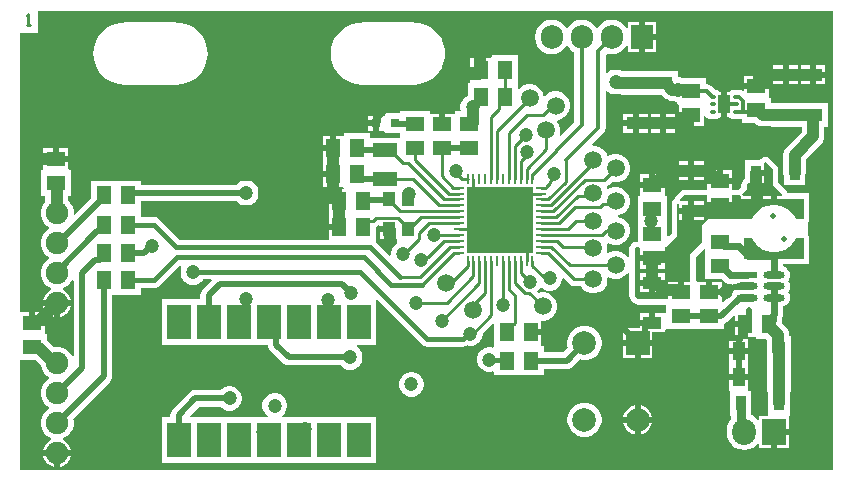
<source format=gtl>
G04*
G04 #@! TF.GenerationSoftware,Altium Limited,Altium Designer,22.2.1 (43)*
G04*
G04 Layer_Physical_Order=1*
G04 Layer_Color=255*
%FSLAX25Y25*%
%MOIN*%
G70*
G04*
G04 #@! TF.SameCoordinates,3A658960-9040-4E96-AE8A-DEED508C0D5D*
G04*
G04*
G04 #@! TF.FilePolarity,Positive*
G04*
G01*
G75*
%ADD10C,0.00984*%
%ADD15C,0.00866*%
%ADD16C,0.01181*%
%ADD19R,0.06299X0.04331*%
%ADD20R,0.06300X0.05000*%
%ADD21R,0.03583X0.04803*%
%ADD22C,0.05906*%
%ADD23R,0.05000X0.06300*%
%ADD24R,0.22047X0.22047*%
%ADD25O,0.00984X0.03937*%
%ADD26O,0.03937X0.00984*%
%ADD27R,0.03150X0.03150*%
%ADD28R,0.07874X0.04724*%
%ADD29R,0.03937X0.04724*%
%ADD30R,0.20000X0.02000*%
G04:AMPARAMS|DCode=31|XSize=11.81mil|YSize=17.72mil|CornerRadius=1.95mil|HoleSize=0mil|Usage=FLASHONLY|Rotation=90.000|XOffset=0mil|YOffset=0mil|HoleType=Round|Shape=RoundedRectangle|*
%AMROUNDEDRECTD31*
21,1,0.01181,0.01382,0,0,90.0*
21,1,0.00791,0.01772,0,0,90.0*
1,1,0.00390,0.00691,0.00396*
1,1,0.00390,0.00691,-0.00396*
1,1,0.00390,-0.00691,-0.00396*
1,1,0.00390,-0.00691,0.00396*
%
%ADD31ROUNDEDRECTD31*%
G04:AMPARAMS|DCode=32|XSize=71.07mil|YSize=24.01mil|CornerRadius=12mil|HoleSize=0mil|Usage=FLASHONLY|Rotation=0.000|XOffset=0mil|YOffset=0mil|HoleType=Round|Shape=RoundedRectangle|*
%AMROUNDEDRECTD32*
21,1,0.07107,0.00000,0,0,0.0*
21,1,0.04706,0.02401,0,0,0.0*
1,1,0.02401,0.02353,0.00000*
1,1,0.02401,-0.02353,0.00000*
1,1,0.02401,-0.02353,0.00000*
1,1,0.02401,0.02353,0.00000*
%
%ADD32ROUNDEDRECTD32*%
%ADD33R,0.07107X0.02401*%
%ADD34R,0.04331X0.06299*%
%ADD35R,0.07874X0.11811*%
%ADD52C,0.07874*%
%ADD53R,0.07874X0.07874*%
G04:AMPARAMS|DCode=59|XSize=39.37mil|YSize=62.99mil|CornerRadius=1.97mil|HoleSize=0mil|Usage=FLASHONLY|Rotation=0.000|XOffset=0mil|YOffset=0mil|HoleType=Round|Shape=RoundedRectangle|*
%AMROUNDEDRECTD59*
21,1,0.03937,0.05906,0,0,0.0*
21,1,0.03543,0.06299,0,0,0.0*
1,1,0.00394,0.01772,-0.02953*
1,1,0.00394,-0.01772,-0.02953*
1,1,0.00394,-0.01772,0.02953*
1,1,0.00394,0.01772,0.02953*
%
%ADD59ROUNDEDRECTD59*%
%ADD60C,0.01968*%
%ADD61C,0.03937*%
%ADD62C,0.01575*%
%ADD63C,0.02362*%
%ADD64C,0.03150*%
%ADD65C,0.01378*%
%ADD66R,0.07874X0.08661*%
%ADD67O,0.07874X0.08661*%
%ADD68O,0.07480X0.07874*%
%ADD69R,0.07480X0.07874*%
%ADD70C,0.07480*%
%ADD71C,0.01968*%
%ADD72C,0.04724*%
G36*
X470133Y81048D02*
X199159D01*
X199159Y117713D01*
X203436D01*
X203681Y117680D01*
X203979D01*
X205926Y115733D01*
X206281Y114408D01*
X207007Y113151D01*
X208033Y112125D01*
X208621Y111785D01*
Y111285D01*
X208033Y110946D01*
X207007Y109920D01*
X206281Y108663D01*
X205906Y107261D01*
Y105810D01*
X206281Y104408D01*
X207007Y103151D01*
X208033Y102125D01*
X208621Y101785D01*
Y101285D01*
X208033Y100946D01*
X207007Y99920D01*
X206281Y98663D01*
X205906Y97261D01*
Y95810D01*
X206281Y94408D01*
X207007Y93151D01*
X208033Y92125D01*
X209290Y91399D01*
X209340Y91386D01*
X209409Y90850D01*
X208507Y90329D01*
X207624Y89446D01*
X207000Y88365D01*
X206778Y87536D01*
X211417D01*
X216057D01*
X215834Y88365D01*
X215210Y89446D01*
X214328Y90329D01*
X213425Y90850D01*
X213495Y91386D01*
X213545Y91399D01*
X214802Y92125D01*
X215828Y93151D01*
X216553Y94408D01*
X216929Y95810D01*
Y97261D01*
X216748Y97935D01*
X229068Y110255D01*
X229510Y110831D01*
X229787Y111501D01*
X229882Y112221D01*
Y139173D01*
X239374D01*
Y141513D01*
X243701D01*
X244369Y141601D01*
X244991Y141859D01*
X245526Y142269D01*
X252321Y149065D01*
X252625Y149036D01*
X252892Y148535D01*
X252841Y148446D01*
X252559Y147395D01*
Y146306D01*
X252841Y145255D01*
X253385Y144312D01*
X254155Y143543D01*
X255097Y142998D01*
X256149Y142717D01*
X257237D01*
X258289Y142998D01*
X259231Y143543D01*
X260001Y144312D01*
X260090Y144466D01*
X262716D01*
X262908Y144004D01*
X260023Y141119D01*
X259581Y140543D01*
X259303Y139873D01*
X259208Y139154D01*
Y137795D01*
X246280D01*
Y122441D01*
X281756D01*
X281834Y121848D01*
X282112Y121178D01*
X282554Y120602D01*
X286617Y116538D01*
X287193Y116097D01*
X287863Y115819D01*
X288583Y115724D01*
X305989D01*
X306517Y115196D01*
X307459Y114652D01*
X308511Y114370D01*
X309599D01*
X310651Y114652D01*
X311593Y115196D01*
X312363Y115966D01*
X312907Y116908D01*
X313189Y117960D01*
Y119048D01*
X312907Y120099D01*
X312363Y121042D01*
X311593Y121812D01*
X311370Y121941D01*
X311504Y122441D01*
X317697D01*
Y137395D01*
X318197Y137602D01*
X333017Y122781D01*
X333552Y122371D01*
X334174Y122113D01*
X334842Y122025D01*
X346715D01*
X347383Y122113D01*
X348006Y122371D01*
X348055Y122408D01*
X348668Y122244D01*
X349757D01*
X350808Y122526D01*
X351751Y123070D01*
X352520Y123840D01*
X353065Y124782D01*
X353346Y125834D01*
Y126460D01*
X356621Y129735D01*
X357083Y129543D01*
Y122093D01*
X356648Y121692D01*
X356056Y121850D01*
X354968D01*
X353916Y121569D01*
X352974Y121024D01*
X352204Y120255D01*
X351660Y119312D01*
X351378Y118261D01*
Y117172D01*
X351660Y116121D01*
X352204Y115178D01*
X352974Y114409D01*
X353916Y113864D01*
X354968Y113583D01*
X356056D01*
X356686Y113751D01*
X357083Y113447D01*
Y112401D01*
X373626D01*
Y114543D01*
X381299D01*
X382019Y114638D01*
X382689Y114916D01*
X383265Y115357D01*
X385644Y117736D01*
X386453Y117520D01*
X387956D01*
X389408Y117909D01*
X390710Y118660D01*
X391773Y119723D01*
X392524Y121025D01*
X392913Y122477D01*
Y123980D01*
X392524Y125432D01*
X391773Y126734D01*
X390710Y127796D01*
X389408Y128548D01*
X387956Y128937D01*
X386453D01*
X385001Y128548D01*
X383699Y127796D01*
X382637Y126734D01*
X381885Y125432D01*
X381496Y123980D01*
Y122477D01*
X381713Y121668D01*
X380148Y120103D01*
X373626D01*
Y122245D01*
X373151D01*
X372854Y122622D01*
Y125772D01*
X369354D01*
Y127772D01*
X372854D01*
Y130709D01*
X373850D01*
X375052Y131031D01*
X376129Y131653D01*
X377009Y132532D01*
X377631Y133609D01*
X377953Y134811D01*
Y136055D01*
X377631Y137257D01*
X377009Y138334D01*
X376129Y139214D01*
X375052Y139836D01*
X373850Y140157D01*
X372606D01*
X371945Y139980D01*
X371484Y140441D01*
X372205Y141163D01*
X372461Y141605D01*
X372956Y141670D01*
X373115Y141511D01*
X374058Y140967D01*
X375109Y140685D01*
X376198D01*
X377249Y140967D01*
X378192Y141511D01*
X378961Y142281D01*
X379506Y143223D01*
X379787Y144275D01*
Y144642D01*
X380249Y144833D01*
X382226Y142856D01*
X382226Y142856D01*
X382975Y142356D01*
X383858Y142180D01*
X383858Y142180D01*
X386035D01*
X386377Y141587D01*
X387257Y140708D01*
X388334Y140086D01*
X389535Y139764D01*
X390779D01*
X391981Y140086D01*
X393058Y140708D01*
X393938Y141587D01*
X394560Y142665D01*
X394882Y143866D01*
Y144771D01*
X395382Y145060D01*
X395814Y144810D01*
X397016Y144488D01*
X398260D01*
X399461Y144810D01*
X400539Y145432D01*
X401418Y146312D01*
X401631Y146680D01*
X402131Y146546D01*
Y138976D01*
X402268Y138285D01*
X402660Y137699D01*
X403841Y136518D01*
X404427Y136126D01*
X405118Y135989D01*
X414370D01*
Y133382D01*
X413992Y133087D01*
X413870Y133087D01*
X410843D01*
Y129921D01*
X409842D01*
Y128921D01*
X405693D01*
Y128165D01*
X399984D01*
Y124228D01*
X404921D01*
X409858D01*
Y126756D01*
X413992D01*
Y127653D01*
X414370Y127949D01*
X414492Y127949D01*
X424213D01*
Y127949D01*
X433662D01*
Y129588D01*
X434206Y129813D01*
X434782Y130255D01*
X436857Y132330D01*
X437319Y132139D01*
Y130527D01*
X440819D01*
Y129527D01*
X441819D01*
Y125378D01*
X444319D01*
X444547Y124972D01*
Y124606D01*
X447756D01*
X447999Y124362D01*
Y120669D01*
X448032Y120424D01*
Y115551D01*
Y106890D01*
X448265D01*
Y103218D01*
X448393Y102242D01*
X448543Y101881D01*
Y99032D01*
X445457D01*
Y97695D01*
X444957Y97525D01*
X444465Y98166D01*
X443273Y99081D01*
X442824Y99267D01*
Y102933D01*
X442795Y103152D01*
Y107323D01*
X442108D01*
X441748Y107661D01*
X441748Y107823D01*
Y110811D01*
X438583D01*
X435417D01*
Y107719D01*
X435417Y107661D01*
X435669Y107266D01*
X435669Y107161D01*
Y98976D01*
X436073D01*
Y98740D01*
X436114Y98429D01*
Y97895D01*
X435407Y96973D01*
X434832Y95585D01*
X434636Y94095D01*
Y93307D01*
X434832Y91817D01*
X435407Y90428D01*
X436322Y89236D01*
X437515Y88321D01*
X438903Y87745D01*
X440394Y87549D01*
X441884Y87745D01*
X443273Y88321D01*
X444465Y89236D01*
X444957Y89876D01*
X445457Y89706D01*
Y88370D01*
X449394D01*
Y93701D01*
X450394D01*
Y94701D01*
X455331D01*
Y98976D01*
X455669D01*
Y101978D01*
X455750Y102173D01*
X455879Y103150D01*
X455810Y103673D01*
Y106890D01*
X455905D01*
Y115551D01*
Y125394D01*
X455544D01*
Y125925D01*
X455415Y126901D01*
X455039Y127811D01*
X454439Y128592D01*
X453090Y129941D01*
Y130653D01*
X453116Y130847D01*
X453116Y130847D01*
Y131737D01*
X453270Y132109D01*
X453372Y132880D01*
X453372Y132880D01*
Y135470D01*
X453523Y135490D01*
X454246Y135790D01*
X454867Y136266D01*
X455343Y136887D01*
X455643Y137610D01*
X455745Y138386D01*
X455643Y139162D01*
X455343Y139885D01*
X455058Y140256D01*
X455343Y140627D01*
X455643Y141350D01*
X455745Y142126D01*
X455643Y142902D01*
X455343Y143625D01*
X455058Y143996D01*
X455343Y144367D01*
X455643Y145090D01*
X455745Y145866D01*
X455643Y146642D01*
X455343Y147365D01*
X454867Y147986D01*
X454246Y148462D01*
X453523Y148762D01*
X453372Y148782D01*
Y149556D01*
X460394D01*
X460568Y149591D01*
X462165D01*
Y151188D01*
X462200Y151362D01*
Y158262D01*
X462063Y158953D01*
X461811Y159330D01*
Y163394D01*
X462063Y163771D01*
X462200Y164462D01*
Y171362D01*
X462165Y171537D01*
Y173134D01*
X460568D01*
X460394Y173169D01*
X454868D01*
X454791Y173554D01*
X454399Y174139D01*
X451806Y176733D01*
Y181102D01*
X451669Y181794D01*
X451277Y182380D01*
X448822Y184835D01*
X448630Y184963D01*
X448458Y185116D01*
X448340Y185157D01*
X448236Y185227D01*
X448010Y185272D01*
X447792Y185347D01*
X447667Y185340D01*
X447544Y185364D01*
X447319Y185319D01*
X447089Y185306D01*
X446976Y185251D01*
X446853Y185227D01*
X446662Y185099D01*
X446454Y184999D01*
X446052Y184694D01*
X445969Y184600D01*
X445864Y184531D01*
X445737Y184339D01*
X445584Y184167D01*
X445558Y184095D01*
X440787D01*
Y181093D01*
X440706Y180898D01*
X440578Y179921D01*
Y178005D01*
X440418Y177920D01*
X440359Y177849D01*
X440282Y177797D01*
X440136Y177579D01*
X439969Y177377D01*
X439749Y176969D01*
X439721Y176880D01*
X439670Y176802D01*
X439619Y176545D01*
X439542Y176295D01*
X439550Y176202D01*
X439532Y176111D01*
Y175158D01*
X438622Y174247D01*
X436434D01*
Y176228D01*
X432283D01*
X428133D01*
Y174247D01*
X420472D01*
X419781Y174110D01*
X419195Y173718D01*
X417742Y172266D01*
X417351Y171679D01*
X417261Y171228D01*
X417182Y171195D01*
X417107Y171145D01*
X417065Y171103D01*
X417039Y171090D01*
X416984Y171023D01*
X416981Y171019D01*
X416833Y170921D01*
X416734Y170773D01*
X416608Y170647D01*
X416540Y170483D01*
X416441Y170335D01*
X416407Y170160D01*
X416339Y169996D01*
X416339Y169818D01*
X416304Y169643D01*
Y159803D01*
X415226Y158726D01*
X414764Y158917D01*
Y163776D01*
Y172319D01*
X414398D01*
X413993Y172547D01*
X413993Y172819D01*
Y175047D01*
X409842D01*
X405692D01*
Y172819D01*
X405692Y172547D01*
X405287Y172319D01*
X404921D01*
Y163776D01*
Y156924D01*
X404331D01*
X403639Y156787D01*
X403053Y156395D01*
X402660Y156002D01*
X402268Y155416D01*
X402131Y154724D01*
Y151880D01*
X401631Y151746D01*
X401418Y152113D01*
X400539Y152993D01*
X399461Y153615D01*
X398260Y153937D01*
X397016D01*
X395814Y153615D01*
X395169Y153243D01*
X394740Y153572D01*
X394882Y154102D01*
Y155346D01*
X394615Y156342D01*
X395044Y156672D01*
X395814Y156228D01*
X397016Y155905D01*
X398260D01*
X399461Y156228D01*
X400539Y156850D01*
X401418Y157729D01*
X402040Y158806D01*
X402362Y160008D01*
Y161252D01*
X402040Y162453D01*
X401418Y163531D01*
X400539Y164410D01*
X399461Y165032D01*
X398491Y165292D01*
Y165810D01*
X399461Y166070D01*
X400539Y166692D01*
X401418Y167572D01*
X402040Y168649D01*
X402362Y169851D01*
Y171094D01*
X402040Y172296D01*
X401418Y173373D01*
X400539Y174253D01*
X399461Y174875D01*
X398260Y175197D01*
X397016D01*
X395814Y174875D01*
X395125Y174477D01*
X394663Y174668D01*
X394575Y174994D01*
X394600Y175343D01*
X394683Y175525D01*
X395431Y176025D01*
X396355Y176949D01*
X397016Y176772D01*
X398260D01*
X399461Y177094D01*
X400539Y177716D01*
X401418Y178595D01*
X402040Y179673D01*
X402362Y180874D01*
Y182118D01*
X402040Y183320D01*
X401418Y184397D01*
X400539Y185276D01*
X399461Y185898D01*
X398260Y186221D01*
X397016D01*
X395814Y185898D01*
X395125Y185500D01*
X394663Y185692D01*
X394560Y186075D01*
X393938Y187153D01*
X393058Y188032D01*
X391981Y188654D01*
X390779Y188976D01*
X390082D01*
X389875Y189476D01*
X393506Y193108D01*
X394050Y193922D01*
X394241Y194882D01*
Y207080D01*
X394741Y207287D01*
X395100Y206928D01*
X396042Y206384D01*
X397094Y206102D01*
X397999D01*
X398245Y206070D01*
X399410D01*
Y205906D01*
X412972D01*
X413864Y205014D01*
X414645Y204414D01*
X415555Y204037D01*
X416532Y203909D01*
X416770D01*
X416908Y203829D01*
X417913Y203560D01*
Y202878D01*
X418279D01*
X418685Y202650D01*
X418685Y202378D01*
Y200150D01*
X422835D01*
Y199150D01*
X423835D01*
Y195650D01*
X426985D01*
Y198943D01*
X427476Y199034D01*
X427911Y198383D01*
X428561Y197949D01*
X429329Y197796D01*
X430711D01*
X431478Y197949D01*
X432128Y198383D01*
X432262Y198583D01*
X432858D01*
Y202756D01*
Y206929D01*
X432262D01*
X432128Y207128D01*
X431478Y207563D01*
X430734Y207711D01*
X429656Y208790D01*
X428874Y209312D01*
X427953Y209495D01*
X427756D01*
Y211421D01*
X422548D01*
X422303Y211454D01*
X420238D01*
X420099Y211533D01*
X419048Y211815D01*
X418307D01*
Y213779D01*
X399768D01*
X399233Y214088D01*
X398182Y214370D01*
X397094D01*
X396042Y214088D01*
X395100Y213544D01*
X394741Y213186D01*
X394241Y213393D01*
Y219356D01*
X394697Y219698D01*
X394860Y219630D01*
X396299Y219441D01*
X397738Y219630D01*
X399079Y220185D01*
X400230Y221069D01*
X401059Y222149D01*
X401559Y222097D01*
Y220260D01*
X405299D01*
Y225197D01*
Y230134D01*
X401559D01*
Y228296D01*
X401059Y228245D01*
X400230Y229325D01*
X399079Y230208D01*
X397738Y230764D01*
X396299Y230953D01*
X394860Y230764D01*
X393519Y230208D01*
X392368Y229325D01*
X391595Y228317D01*
X391460Y228277D01*
X391138D01*
X391003Y228317D01*
X390230Y229325D01*
X389079Y230208D01*
X387738Y230764D01*
X386299Y230953D01*
X384860Y230764D01*
X383520Y230208D01*
X382368Y229325D01*
X381595Y228317D01*
X381460Y228277D01*
X381138D01*
X381003Y228317D01*
X380230Y229325D01*
X379079Y230208D01*
X377738Y230764D01*
X376299Y230953D01*
X374860Y230764D01*
X373519Y230208D01*
X372368Y229325D01*
X371485Y228173D01*
X370929Y226833D01*
X370740Y225394D01*
Y225000D01*
X370929Y223561D01*
X371485Y222220D01*
X372368Y221069D01*
X373519Y220185D01*
X374860Y219630D01*
X376299Y219441D01*
X377738Y219630D01*
X379079Y220185D01*
X380230Y221069D01*
X381003Y222076D01*
X381138Y222117D01*
X381460D01*
X381595Y222076D01*
X382368Y221069D01*
X383520Y220185D01*
X383790Y220073D01*
Y196787D01*
X379350Y192347D01*
X378902Y192605D01*
X379134Y193473D01*
Y194717D01*
X378812Y195918D01*
X378190Y196995D01*
X377995Y197190D01*
X378031Y197275D01*
X378239Y197653D01*
X379383Y197960D01*
X380460Y198582D01*
X381340Y199461D01*
X381961Y200539D01*
X382283Y201740D01*
Y202984D01*
X381961Y204186D01*
X381340Y205263D01*
X380460Y206143D01*
X379383Y206765D01*
X378181Y207087D01*
X376937D01*
X375735Y206765D01*
X374658Y206143D01*
X374081Y205565D01*
X373523Y205715D01*
X373300Y206548D01*
X372678Y207625D01*
X371798Y208505D01*
X370721Y209127D01*
X369520Y209449D01*
X368276D01*
X367074Y209127D01*
X365997Y208505D01*
X365465Y207973D01*
X364965Y208180D01*
Y209252D01*
X364965D01*
Y219095D01*
X356421D01*
Y218729D01*
X356193Y218323D01*
X353693D01*
Y214173D01*
X352693D01*
Y213173D01*
X349193D01*
Y210040D01*
X348421D01*
Y205632D01*
X348405Y205628D01*
X347462Y205083D01*
X346692Y204314D01*
X346148Y203371D01*
X345866Y202320D01*
Y201231D01*
X345984Y200794D01*
X345679Y200398D01*
X343897D01*
Y199563D01*
X340764D01*
Y196063D01*
X338764D01*
Y199563D01*
X335630D01*
Y200398D01*
X325787D01*
Y199803D01*
X320669D01*
Y199326D01*
X320291Y199031D01*
X320169Y199031D01*
X318717D01*
Y196457D01*
Y193882D01*
X320169D01*
X320291Y193882D01*
X320669Y193587D01*
Y193110D01*
X325787D01*
Y191535D01*
X315752D01*
Y193111D01*
X307209D01*
Y192744D01*
X306980Y192339D01*
X306709Y192339D01*
X304480D01*
Y188189D01*
X303480D01*
Y187189D01*
X299980D01*
Y184178D01*
X299980Y184039D01*
Y183678D01*
X299980Y183539D01*
Y180528D01*
X303480D01*
Y179528D01*
X304480D01*
Y175378D01*
X306723D01*
X307025Y174896D01*
X306942Y174706D01*
X306859Y174622D01*
X306449D01*
Y170472D01*
X305449D01*
Y169472D01*
X301949D01*
Y166323D01*
X301949D01*
X301886Y165961D01*
X301886Y165961D01*
X301886Y165849D01*
Y162811D01*
X305386D01*
Y160811D01*
X301886D01*
Y157699D01*
X252250D01*
X245526Y164424D01*
X244991Y164834D01*
X244369Y165092D01*
X243701Y165180D01*
X239311D01*
Y167519D01*
X239374D01*
Y170449D01*
X271343D01*
X271871Y169921D01*
X272814Y169376D01*
X273865Y169095D01*
X274954D01*
X276005Y169376D01*
X276948Y169921D01*
X277717Y170690D01*
X278262Y171633D01*
X278543Y172684D01*
Y173773D01*
X278262Y174824D01*
X277717Y175767D01*
X276948Y176536D01*
X276005Y177081D01*
X274954Y177362D01*
X273865D01*
X272814Y177081D01*
X271871Y176536D01*
X271343Y176008D01*
X239374D01*
Y177363D01*
X222831D01*
Y171450D01*
X217429Y166049D01*
X216929Y166256D01*
Y167261D01*
X216553Y168663D01*
X215828Y169920D01*
X214993Y170755D01*
Y172374D01*
X215945D01*
Y180917D01*
X215579D01*
X215174Y181146D01*
X215174Y181417D01*
Y183646D01*
X211024D01*
X206874D01*
Y181417D01*
X206874Y181146D01*
X206468Y180917D01*
X206102D01*
Y172374D01*
X207448D01*
Y170361D01*
X207007Y169920D01*
X206281Y168663D01*
X205906Y167261D01*
Y165810D01*
X206281Y164408D01*
X207007Y163151D01*
X208033Y162125D01*
X208621Y161785D01*
Y161285D01*
X208033Y160946D01*
X207007Y159920D01*
X206281Y158663D01*
X205906Y157261D01*
Y155810D01*
X206281Y154408D01*
X207007Y153151D01*
X208033Y152125D01*
X208621Y151785D01*
Y151285D01*
X208033Y150946D01*
X207007Y149920D01*
X206281Y148663D01*
X205906Y147261D01*
Y145810D01*
X206281Y144408D01*
X207007Y143151D01*
X208033Y142125D01*
X209290Y141399D01*
X209340Y141386D01*
X209409Y140850D01*
X208507Y140329D01*
X207624Y139446D01*
X207000Y138365D01*
X206778Y137535D01*
X211417D01*
X216057D01*
X215834Y138365D01*
X215210Y139446D01*
X214328Y140329D01*
X213425Y140850D01*
X213495Y141386D01*
X213545Y141399D01*
X214802Y142125D01*
X215828Y143151D01*
X216405Y144151D01*
X216905Y144017D01*
Y119053D01*
X216405Y118920D01*
X215828Y119920D01*
X214802Y120946D01*
X213545Y121672D01*
X212143Y122047D01*
X210692D01*
X210368Y121961D01*
X208209Y124120D01*
X208071Y124226D01*
Y126256D01*
X207705D01*
X207300Y126484D01*
Y128984D01*
X203150D01*
Y129984D01*
X202150D01*
Y133484D01*
X199159D01*
X199159Y226575D01*
X205078D01*
Y233912D01*
X470133D01*
X470133Y81048D01*
D02*
G37*
G36*
X450000Y181102D02*
Y175984D01*
X453122Y172862D01*
X452915Y172362D01*
X451394D01*
Y171362D01*
X460394D01*
Y164462D01*
X457715D01*
X457715Y164462D01*
X457378Y165159D01*
X456511Y166440D01*
X455412Y167528D01*
X454124Y168383D01*
X452694Y168972D01*
X451177Y169273D01*
X449631Y169275D01*
X448113Y168978D01*
X446682Y168393D01*
X445391Y167541D01*
X444289Y166455D01*
X443419Y165177D01*
X443081Y164481D01*
X443054Y164462D01*
X440394D01*
Y164567D01*
X428346D01*
X426378Y162598D01*
Y156693D01*
X422441Y152756D01*
Y143720D01*
X420291D01*
Y140220D01*
X419291D01*
Y139220D01*
X415141D01*
Y137795D01*
X405118D01*
X403937Y138976D01*
Y154724D01*
X404331Y155118D01*
X405236D01*
X405692Y155012D01*
X405692Y154618D01*
Y152512D01*
X409842D01*
X413993D01*
Y154693D01*
X414147Y155057D01*
X414210Y155134D01*
X414398Y155240D01*
X414764D01*
Y155709D01*
X418110Y159055D01*
Y169643D01*
X418185Y169693D01*
X418685Y169426D01*
Y168323D01*
X421835D01*
Y170488D01*
X419227D01*
X419020Y170988D01*
X420472Y172441D01*
X428133D01*
Y170228D01*
X432283D01*
X436434D01*
Y172441D01*
X438926D01*
X439374Y172366D01*
X439394Y171951D01*
Y171362D01*
X440394D01*
Y171362D01*
X449394D01*
Y172362D01*
X439998D01*
X439791Y172862D01*
X441339Y174409D01*
Y176111D01*
X441559Y176520D01*
X441839Y176520D01*
X443350D01*
Y179921D01*
X444350D01*
Y180921D01*
X447142D01*
Y183254D01*
X447544Y183558D01*
X450000Y181102D01*
D02*
G37*
G36*
X457715Y158262D02*
X460394D01*
Y151362D01*
X440394D01*
Y158262D01*
X443054D01*
X443081Y158244D01*
Y158244D01*
X443419Y157547D01*
X444289Y156269D01*
X445391Y155184D01*
X446682Y154332D01*
X448113Y153746D01*
X449631Y153449D01*
X451177Y153451D01*
X452694Y153752D01*
X454124Y154341D01*
X455412Y155196D01*
X456511Y156285D01*
X457378Y157565D01*
X457715Y158262D01*
X457715Y158262D01*
D02*
G37*
G36*
X318980Y162253D02*
Y162142D01*
X321949D01*
Y161142D01*
X322949D01*
Y157780D01*
X324705D01*
Y157008D01*
X324869D01*
X325003Y156508D01*
X324233Y156064D01*
X323464Y155294D01*
X322920Y154351D01*
X322638Y153300D01*
Y152586D01*
X322138Y152379D01*
X317972Y156545D01*
X317657Y156889D01*
X317657D01*
X317657Y156889D01*
Y161895D01*
X317669Y161897D01*
X318418Y162398D01*
X318480Y162460D01*
X318980Y162253D01*
D02*
G37*
G36*
X427362Y154469D02*
Y152484D01*
Y144484D01*
X432993D01*
X433698Y143780D01*
X433698Y143780D01*
X434315Y143306D01*
X435033Y143009D01*
X435514Y142945D01*
X435530Y142943D01*
X435530Y142943D01*
X435804Y142907D01*
X436010Y142894D01*
Y142894D01*
X436497D01*
X436814Y142508D01*
X436738Y142126D01*
X436909Y141267D01*
X437229Y140788D01*
X436862Y140506D01*
X436385Y139885D01*
X436270Y139605D01*
X433390Y136725D01*
X432890Y136933D01*
Y139220D01*
X428740D01*
Y140220D01*
X427740D01*
Y143720D01*
X424747D01*
X424590Y143720D01*
X424247Y144079D01*
Y152008D01*
X426900Y154660D01*
X427362Y154469D01*
D02*
G37*
%LPC*%
G36*
X411039Y230134D02*
X407299D01*
Y226197D01*
X411039D01*
Y230134D01*
D02*
G37*
G36*
Y224197D02*
X407299D01*
Y220260D01*
X411039D01*
Y224197D01*
D02*
G37*
G36*
X351693Y218323D02*
X349193D01*
Y215173D01*
X351693D01*
Y218323D01*
D02*
G37*
G36*
X467535Y215764D02*
X464386D01*
Y213598D01*
X467535D01*
Y215764D01*
D02*
G37*
G36*
X458480D02*
X455331D01*
Y213598D01*
X458480D01*
Y215764D01*
D02*
G37*
G36*
X462386D02*
X459236D01*
Y213598D01*
X462386D01*
Y215764D01*
D02*
G37*
G36*
X453331D02*
X450181D01*
Y213598D01*
X453331D01*
Y215764D01*
D02*
G37*
G36*
X448638Y212224D02*
X445488D01*
Y209724D01*
X448638D01*
Y212224D01*
D02*
G37*
G36*
X443488D02*
X440338D01*
Y209724D01*
X443488D01*
Y212224D01*
D02*
G37*
G36*
X467535Y211598D02*
X464386D01*
Y209433D01*
X467535D01*
Y211598D01*
D02*
G37*
G36*
X462386D02*
X459236D01*
Y209433D01*
X462386D01*
Y211598D01*
D02*
G37*
G36*
X458480D02*
X455331D01*
Y209433D01*
X458480D01*
Y211598D01*
D02*
G37*
G36*
X453331D02*
X450181D01*
Y209433D01*
X453331D01*
Y211598D01*
D02*
G37*
G36*
X330315Y230072D02*
X312992D01*
X312888Y230051D01*
X311369Y229932D01*
X309786Y229552D01*
X308282Y228929D01*
X306894Y228078D01*
X305656Y227021D01*
X304599Y225783D01*
X303748Y224395D01*
X303125Y222891D01*
X302745Y221308D01*
X302618Y219685D01*
X302745Y218062D01*
X303125Y216479D01*
X303748Y214975D01*
X304599Y213587D01*
X305656Y212349D01*
X306894Y211292D01*
X308282Y210441D01*
X309786Y209818D01*
X311369Y209438D01*
X312888Y209319D01*
X312992Y209298D01*
X330315D01*
X330419Y209319D01*
X331938Y209438D01*
X333521Y209818D01*
X335025Y210441D01*
X336413Y211292D01*
X337651Y212349D01*
X338708Y213587D01*
X339559Y214975D01*
X340182Y216479D01*
X340562Y218062D01*
X340689Y219685D01*
X340562Y221308D01*
X340182Y222891D01*
X339559Y224395D01*
X338708Y225783D01*
X337651Y227021D01*
X336413Y228078D01*
X335025Y228929D01*
X333521Y229552D01*
X331938Y229932D01*
X330419Y230051D01*
X330315Y230072D01*
D02*
G37*
G36*
X251181D02*
X233858D01*
X233754Y230051D01*
X232235Y229932D01*
X230652Y229552D01*
X229148Y228929D01*
X227760Y228078D01*
X226522Y227021D01*
X225465Y225783D01*
X224615Y224395D01*
X223991Y222891D01*
X223611Y221308D01*
X223484Y219685D01*
X223611Y218062D01*
X223991Y216479D01*
X224615Y214975D01*
X225465Y213587D01*
X226522Y212349D01*
X227760Y211292D01*
X229148Y210441D01*
X230652Y209818D01*
X232235Y209438D01*
X233754Y209319D01*
X233858Y209298D01*
X251181D01*
X251285Y209319D01*
X252804Y209438D01*
X254387Y209818D01*
X255891Y210441D01*
X257279Y211292D01*
X258517Y212349D01*
X259574Y213587D01*
X260425Y214975D01*
X261048Y216479D01*
X261428Y218062D01*
X261556Y219685D01*
X261428Y221308D01*
X261048Y222891D01*
X260425Y224395D01*
X259574Y225783D01*
X258517Y227021D01*
X257279Y228078D01*
X255891Y228929D01*
X254387Y229552D01*
X252804Y229932D01*
X251285Y230051D01*
X251181Y230072D01*
D02*
G37*
G36*
X448638Y207724D02*
X444488D01*
X440338D01*
Y207610D01*
X439897Y207374D01*
X439649Y207540D01*
X438727Y207723D01*
X437697D01*
X437658Y207716D01*
X437006D01*
X436239Y207563D01*
X435588Y207128D01*
X435455Y206929D01*
X434858D01*
Y202756D01*
Y198583D01*
X435455D01*
X435588Y198383D01*
X436239Y197949D01*
X437006Y197796D01*
X437658D01*
X437697Y197788D01*
X439567D01*
Y196453D01*
X444103D01*
X444764Y195946D01*
X445674Y195569D01*
X446650Y195440D01*
X449409D01*
Y195276D01*
X459613D01*
Y193689D01*
X454557Y188632D01*
X453957Y187851D01*
X453581Y186941D01*
X453452Y185965D01*
Y179921D01*
X453581Y178945D01*
X453661Y178750D01*
Y175748D01*
X460787D01*
Y178750D01*
X460868Y178945D01*
X460997Y179921D01*
Y184402D01*
X466053Y189459D01*
X466653Y190240D01*
X467030Y191150D01*
X467158Y192126D01*
Y195276D01*
X468307D01*
Y203150D01*
X449410D01*
Y204996D01*
X449044D01*
X448638Y205224D01*
Y207724D01*
D02*
G37*
G36*
X417535Y199622D02*
X414386D01*
Y197457D01*
X417535D01*
Y199622D01*
D02*
G37*
G36*
X412386D02*
X409236D01*
Y197457D01*
X412386D01*
Y199622D01*
D02*
G37*
G36*
X408480D02*
X405331D01*
Y197457D01*
X408480D01*
Y199622D01*
D02*
G37*
G36*
X403331D02*
X400181D01*
Y197457D01*
X403331D01*
Y199622D01*
D02*
G37*
G36*
X316717Y199031D02*
X315142D01*
Y197457D01*
X316717D01*
Y199031D01*
D02*
G37*
G36*
X421835Y198150D02*
X418685D01*
Y195650D01*
X421835D01*
Y198150D01*
D02*
G37*
G36*
X316717Y195457D02*
X315142D01*
Y193882D01*
X316717D01*
Y195457D01*
D02*
G37*
G36*
X417535Y195457D02*
X414386D01*
Y193291D01*
X417535D01*
Y195457D01*
D02*
G37*
G36*
X412386D02*
X409236D01*
Y193291D01*
X412386D01*
Y195457D01*
D02*
G37*
G36*
X408480D02*
X405331D01*
Y193291D01*
X408480D01*
Y195457D01*
D02*
G37*
G36*
X403331D02*
X400181D01*
Y193291D01*
X403331D01*
Y195457D01*
D02*
G37*
G36*
X302480Y192339D02*
X299980D01*
Y189189D01*
X302480D01*
Y192339D01*
D02*
G37*
G36*
X215174Y188146D02*
X212024D01*
Y185646D01*
X215174D01*
Y188146D01*
D02*
G37*
G36*
X210024D02*
X206874D01*
Y185646D01*
X210024D01*
Y188146D01*
D02*
G37*
G36*
X426984Y183874D02*
X423835D01*
Y181709D01*
X426984D01*
Y183874D01*
D02*
G37*
G36*
X421835D02*
X418685D01*
Y181709D01*
X421835D01*
Y183874D01*
D02*
G37*
G36*
X436434Y180728D02*
X433283D01*
Y178228D01*
X436434D01*
Y180728D01*
D02*
G37*
G36*
X431283D02*
X428133D01*
Y178228D01*
X431283D01*
Y180728D01*
D02*
G37*
G36*
X426984Y179709D02*
X423835D01*
Y177543D01*
X426984D01*
Y179709D01*
D02*
G37*
G36*
X421835D02*
X418685D01*
Y177543D01*
X421835D01*
Y179709D01*
D02*
G37*
G36*
X413993Y179547D02*
X410843D01*
Y177047D01*
X413993D01*
Y179547D01*
D02*
G37*
G36*
X408843D02*
X405692D01*
Y177047D01*
X408843D01*
Y179547D01*
D02*
G37*
G36*
X302480Y178528D02*
X299980D01*
Y175378D01*
X302480D01*
Y178528D01*
D02*
G37*
G36*
X304449Y174622D02*
X301949D01*
Y171472D01*
X304449D01*
Y174622D01*
D02*
G37*
G36*
X210417Y135535D02*
X206778D01*
X207000Y134706D01*
X207454Y133921D01*
X207128Y133484D01*
X204150D01*
Y130984D01*
X207300D01*
Y133242D01*
X207800Y133450D01*
X208507Y132742D01*
X209588Y132118D01*
X210417Y131896D01*
Y135535D01*
D02*
G37*
G36*
X216057D02*
X212417D01*
Y131896D01*
X213247Y132118D01*
X214328Y132742D01*
X215210Y133625D01*
X215834Y134706D01*
X216057Y135535D01*
D02*
G37*
G36*
X408843Y133087D02*
X405693D01*
Y130921D01*
X408843D01*
Y133087D01*
D02*
G37*
G36*
X439819Y128527D02*
X437319D01*
Y125378D01*
X439819D01*
Y128527D01*
D02*
G37*
G36*
X441748Y124622D02*
X439583D01*
Y121472D01*
X441748D01*
Y124622D01*
D02*
G37*
G36*
X437583D02*
X435417D01*
Y121472D01*
X437583D01*
Y124622D01*
D02*
G37*
G36*
X409858Y122228D02*
X405921D01*
Y118291D01*
X409858D01*
Y122228D01*
D02*
G37*
G36*
X403921D02*
X399984D01*
Y118291D01*
X403921D01*
Y122228D01*
D02*
G37*
G36*
X441748Y119472D02*
X438583D01*
X435417D01*
Y116461D01*
X435417Y116323D01*
Y115961D01*
X435417Y115823D01*
Y112811D01*
X438583D01*
X441748D01*
Y115823D01*
X441748Y115961D01*
Y116323D01*
X441748Y116461D01*
Y119472D01*
D02*
G37*
G36*
X330072Y113583D02*
X328983D01*
X327932Y113301D01*
X326989Y112757D01*
X326220Y111987D01*
X325675Y111044D01*
X325394Y109993D01*
Y108905D01*
X325675Y107853D01*
X326220Y106911D01*
X326989Y106141D01*
X327932Y105597D01*
X328983Y105315D01*
X330072D01*
X331123Y105597D01*
X332066Y106141D01*
X332836Y106911D01*
X333380Y107853D01*
X333661Y108905D01*
Y109993D01*
X333380Y111044D01*
X332836Y111987D01*
X332066Y112757D01*
X331123Y113301D01*
X330072Y113583D01*
D02*
G37*
G36*
X405921Y102481D02*
Y98638D01*
X409764D01*
X409522Y99543D01*
X408872Y100669D01*
X407953Y101588D01*
X406827Y102238D01*
X405921Y102481D01*
D02*
G37*
G36*
X403921D02*
X403016Y102238D01*
X401890Y101588D01*
X400971Y100669D01*
X400321Y99543D01*
X400078Y98638D01*
X403921D01*
Y102481D01*
D02*
G37*
G36*
X409764Y96638D02*
X405921D01*
Y92795D01*
X406827Y93037D01*
X407953Y93687D01*
X408872Y94606D01*
X409522Y95732D01*
X409764Y96638D01*
D02*
G37*
G36*
X403921D02*
X400078D01*
X400321Y95732D01*
X400971Y94606D01*
X401890Y93687D01*
X403016Y93037D01*
X403921Y92795D01*
Y96638D01*
D02*
G37*
G36*
X387956Y103347D02*
X386453D01*
X385001Y102957D01*
X383699Y102206D01*
X382637Y101143D01*
X381885Y99841D01*
X381496Y98389D01*
Y96886D01*
X381885Y95434D01*
X382637Y94133D01*
X383699Y93070D01*
X385001Y92318D01*
X386453Y91929D01*
X387956D01*
X389408Y92318D01*
X390710Y93070D01*
X391773Y94133D01*
X392524Y95434D01*
X392913Y96886D01*
Y98389D01*
X392524Y99841D01*
X391773Y101143D01*
X390710Y102206D01*
X389408Y102957D01*
X387956Y103347D01*
D02*
G37*
G36*
X455331Y92701D02*
X451394D01*
Y88370D01*
X455331D01*
Y92701D01*
D02*
G37*
G36*
X269442Y108858D02*
X268353D01*
X267302Y108577D01*
X266359Y108032D01*
X265831Y107504D01*
X257480D01*
X256761Y107409D01*
X256090Y107132D01*
X255515Y106690D01*
X250023Y101198D01*
X249581Y100622D01*
X249303Y99952D01*
X249208Y99232D01*
Y98425D01*
X246280D01*
Y83071D01*
X317697D01*
Y98425D01*
X295373D01*
X294639Y98622D01*
X293550D01*
X292816Y98425D01*
X286464D01*
X286330Y98925D01*
X286554Y99054D01*
X287324Y99824D01*
X287868Y100767D01*
X288150Y101818D01*
Y102906D01*
X287868Y103958D01*
X287324Y104900D01*
X286554Y105670D01*
X285611Y106214D01*
X284560Y106496D01*
X283471D01*
X282420Y106214D01*
X281477Y105670D01*
X280708Y104900D01*
X280164Y103958D01*
X279882Y102906D01*
Y101818D01*
X280164Y100767D01*
X280708Y99824D01*
X281477Y99054D01*
X281701Y98925D01*
X281567Y98425D01*
X255765D01*
X255574Y98887D01*
X258632Y101945D01*
X265831D01*
X266359Y101417D01*
X267302Y100872D01*
X268353Y100591D01*
X269442D01*
X270493Y100872D01*
X271436Y101417D01*
X272205Y102186D01*
X272750Y103129D01*
X273031Y104180D01*
Y105269D01*
X272750Y106320D01*
X272205Y107263D01*
X271436Y108032D01*
X270493Y108577D01*
X269442Y108858D01*
D02*
G37*
G36*
X210417Y85536D02*
X206778D01*
X207000Y84706D01*
X207624Y83625D01*
X208507Y82742D01*
X209588Y82118D01*
X210417Y81896D01*
Y85536D01*
D02*
G37*
G36*
X216057D02*
X212417D01*
Y81896D01*
X213247Y82118D01*
X214328Y82742D01*
X215210Y83625D01*
X215834Y84706D01*
X216057Y85536D01*
D02*
G37*
G36*
X447142Y178921D02*
X445350D01*
Y176520D01*
X447142D01*
Y178921D01*
D02*
G37*
G36*
X440394Y169362D02*
X439394D01*
Y168362D01*
X440394D01*
Y169362D01*
D02*
G37*
G36*
X426984Y170488D02*
X423835D01*
Y168323D01*
X426984D01*
Y170488D01*
D02*
G37*
G36*
X436434Y168228D02*
X433283D01*
Y165728D01*
X436434D01*
Y168228D01*
D02*
G37*
G36*
X431283D02*
X428133D01*
Y165728D01*
X431283D01*
Y168228D01*
D02*
G37*
G36*
X426984Y166323D02*
X423835D01*
Y164157D01*
X426984D01*
Y166323D01*
D02*
G37*
G36*
X421835D02*
X418685D01*
Y164157D01*
X421835D01*
Y166323D01*
D02*
G37*
G36*
X413993Y150512D02*
X410843D01*
Y148012D01*
X413993D01*
Y150512D01*
D02*
G37*
G36*
X408843D02*
X405692D01*
Y148012D01*
X408843D01*
Y150512D01*
D02*
G37*
G36*
X413992Y146472D02*
X410843D01*
Y144307D01*
X413992D01*
Y146472D01*
D02*
G37*
G36*
X408843D02*
X405693D01*
Y144307D01*
X408843D01*
Y146472D01*
D02*
G37*
G36*
X418291Y143720D02*
X415141D01*
Y141220D01*
X418291D01*
Y143720D01*
D02*
G37*
G36*
X413992Y142307D02*
X410843D01*
Y140142D01*
X413992D01*
Y142307D01*
D02*
G37*
G36*
X408843D02*
X405693D01*
Y140142D01*
X408843D01*
Y142307D01*
D02*
G37*
G36*
X320949Y160142D02*
X318980D01*
Y157780D01*
X320949D01*
Y160142D01*
D02*
G37*
G36*
X429740Y143720D02*
Y141220D01*
X432890D01*
Y143720D01*
X429740D01*
D02*
G37*
%LPD*%
D10*
X368110Y199213D02*
X373228D01*
X376378Y202362D02*
X377559D01*
X373228Y199213D02*
X376378Y202362D01*
X362008Y193110D02*
X368110Y199213D01*
X375654Y177102D02*
X377067Y178516D01*
Y179528D01*
X375654Y176441D02*
Y177102D01*
X374311Y175098D02*
X375654Y176441D01*
X375126Y171063D02*
X381102Y177039D01*
Y184252D01*
X374311Y175000D02*
Y175098D01*
X369882Y177953D02*
Y179429D01*
X369980D02*
X378140Y187589D01*
X369882Y179429D02*
X369980D01*
X325591Y145276D02*
X332272D01*
X338668Y165157D02*
X339413D01*
X338660Y165165D02*
X338668Y165157D01*
X339483Y167126D02*
X340229D01*
X337852Y163189D02*
X338598D01*
X339475Y167134D02*
X339483Y167126D01*
X337845Y163197D02*
X337852Y163189D01*
X338772Y169102D02*
X340291D01*
X340298Y169095D02*
X341044D01*
X339413Y165157D02*
X339413Y165157D01*
X340229Y167126D02*
X340229Y167126D01*
X341114Y171063D02*
X345276D01*
X335327Y163197D02*
X337845D01*
X332645Y165165D02*
X338660D01*
X341929Y173031D02*
X345276D01*
X340291Y169102D02*
X340298Y169095D01*
X340347Y171071D02*
X341106D01*
X330709Y184252D02*
X341929Y173031D01*
X332185Y160055D02*
X335327Y163197D01*
X328740Y161260D02*
X332645Y165165D01*
X338598Y163189D02*
X338598Y163189D01*
X341044Y169095D02*
X341044Y169095D01*
X325583Y167134D02*
X339475D01*
X341106Y171071D02*
X341114Y171063D01*
X332272Y145276D02*
X342312Y155315D01*
X345276D01*
X339764Y130709D02*
X352165Y143110D01*
Y150394D01*
X350787Y134252D02*
Y136614D01*
X354134Y139961D02*
Y150394D01*
X350787Y136614D02*
X354134Y139961D01*
X341339Y136614D02*
X350197Y145473D01*
Y150394D01*
X331102Y136614D02*
X341339D01*
X350000Y126378D02*
X356102Y132480D01*
X349213Y126378D02*
X350000D01*
X356102Y132480D02*
Y150394D01*
Y177953D02*
Y198622D01*
X358761Y201281D02*
Y203186D01*
X356102Y198622D02*
X358761Y201281D01*
Y203186D02*
X360693Y205118D01*
X358071Y193898D02*
X368898Y204724D01*
X358071Y177953D02*
Y193898D01*
X362008Y177953D02*
Y193110D01*
X363976Y188975D02*
X367704Y192702D01*
X363976Y177953D02*
Y188975D01*
X365945Y183830D02*
X368110Y185996D01*
X365945Y177953D02*
Y183830D01*
X368110Y185996D02*
Y187008D01*
X367913Y181299D02*
X374410Y187795D01*
Y194095D01*
X378150Y157283D02*
X380211Y155222D01*
X372835Y157283D02*
X378150D01*
X380211Y155222D02*
X389660D01*
X382283Y149213D02*
X395669D01*
X376181Y155315D02*
X382283Y149213D01*
X372835Y155315D02*
X376181D01*
X372835Y153347D02*
X375000D01*
X383858Y144488D01*
X388583D01*
X389660Y155222D02*
X390158Y154724D01*
X384287Y163779D02*
X390158D01*
X383894Y168504D02*
X392248D01*
X396696Y169531D02*
X397638Y170472D01*
X393274Y169531D02*
X396696D01*
X392248Y168504D02*
X393274Y169531D01*
X375942Y169095D02*
X390158Y183310D01*
Y184252D01*
X376757Y167126D02*
X387289Y177657D01*
X393799D01*
X384885Y172287D02*
X387641D01*
X377756Y165157D02*
X384885Y172287D01*
X387641D02*
X388583Y173228D01*
X393799Y177657D02*
X397638Y181496D01*
X372835Y167126D02*
X376757D01*
X372835Y169095D02*
X375942D01*
X372835Y171063D02*
X375126D01*
X367386Y139784D02*
X368877D01*
X373228Y135433D01*
X363976Y143193D02*
Y150394D01*
X364173Y130006D02*
Y138976D01*
X362008Y141142D02*
X364173Y138976D01*
X362008Y141142D02*
Y150394D01*
X363976Y143193D02*
X367386Y139784D01*
X361354Y127422D02*
X363362Y129429D01*
X363597D01*
X364173Y130006D01*
X361354Y126772D02*
Y127422D01*
X327049Y152756D02*
X332185Y157892D01*
X326772Y152756D02*
X327049D01*
X334952Y151881D02*
X340354Y157283D01*
X334461Y151881D02*
X334952D01*
X333575Y150995D02*
X334461Y151881D01*
X332563Y150995D02*
X333575D01*
X333071Y142520D02*
X343799Y153248D01*
Y153347D01*
X345276D01*
X340945Y143307D02*
X341886Y144249D01*
X348228Y148917D02*
Y150394D01*
X343560Y144249D02*
X348228Y148917D01*
X341886Y144249D02*
X343560D01*
X337000Y159358D02*
X337106Y159252D01*
X328346Y183071D02*
X340347Y171071D01*
X338598Y163189D02*
X345276D01*
X329921Y177953D02*
X338772Y169102D01*
X340354Y157283D02*
X345276D01*
X322244Y170472D02*
X325583Y167134D01*
X337106Y159252D02*
X345276D01*
X341044Y169095D02*
X345276D01*
X339413Y165157D02*
X345276D01*
X340229Y167126D02*
X345276D01*
X360039Y135925D02*
Y150394D01*
X359941Y135827D02*
X360039Y135925D01*
X392960Y159252D02*
X394338Y160630D01*
X395669D01*
X372835Y159252D02*
X392960D01*
X367913Y177953D02*
Y181299D01*
X372835Y165157D02*
X377756D01*
X372835Y175000D02*
X374311D01*
X378579Y163189D02*
X383894Y168504D01*
X372835Y163189D02*
X378579D01*
X381728Y161221D02*
X384287Y163779D01*
X372835Y161221D02*
X381728D01*
X325039Y164961D02*
X328740Y161260D01*
X317717Y164961D02*
X319349D01*
X324549D02*
X325039D01*
X319369Y164980D02*
X324529D01*
X324549Y164961D01*
X319349D02*
X319369Y164980D01*
X316786Y164030D02*
X317717Y164961D01*
X315394Y164030D02*
X316786D01*
X313386Y162022D02*
X315394Y164030D01*
X313386Y161811D02*
Y162022D01*
X332185Y157892D02*
Y160055D01*
X374938Y145535D02*
X375654Y144819D01*
X369882Y148917D02*
X373265Y145535D01*
X374938D01*
X360693Y205118D02*
Y214173D01*
X343504Y175000D02*
X345276D01*
X339764Y178740D02*
X343504Y175000D01*
X365945Y146653D02*
X368898Y143701D01*
X365945Y146653D02*
Y150394D01*
X369882Y148917D02*
Y150394D01*
X367717Y155512D02*
X367913Y155315D01*
Y150394D02*
Y155315D01*
X367913Y173031D02*
X372835D01*
X367717Y172835D02*
X367913Y173031D01*
X350197D02*
Y177953D01*
Y173031D02*
X350394Y172835D01*
X320866Y177953D02*
X329921D01*
X322441Y187402D02*
X326772Y183071D01*
X328346D01*
X339764Y178740D02*
Y188063D01*
X344488Y179724D02*
X346260Y177953D01*
X348228D01*
X344488Y179724D02*
Y180709D01*
X345276Y161221D02*
X356102D01*
X359055Y164173D01*
X330709Y184252D02*
Y188126D01*
X320866Y187402D02*
X322441D01*
D15*
X201260Y229213D02*
X202441D01*
X201850D01*
Y232755D01*
X201260Y232164D01*
D16*
X422835Y207150D02*
X422898Y207087D01*
X427953D01*
X429724Y205315D02*
X430020D01*
X427953Y207087D02*
X429724Y205315D01*
X439764Y200197D02*
X443961D01*
X437697D02*
X439764D01*
X440158Y200591D02*
Y203885D01*
X439764Y200197D02*
X440158Y200591D01*
X438727Y205315D02*
X440158Y203885D01*
X437697Y205315D02*
X438727D01*
X443961Y200197D02*
X444488Y200724D01*
X433858Y202756D02*
X437697D01*
D19*
X463386Y199213D02*
D03*
Y212598D02*
D03*
X454331Y199213D02*
D03*
Y212598D02*
D03*
X404331Y209842D02*
D03*
Y196457D02*
D03*
X413386Y209842D02*
D03*
Y196457D02*
D03*
X422835Y167323D02*
D03*
Y180709D02*
D03*
X409842Y143307D02*
D03*
Y129921D02*
D03*
D20*
X444488Y200724D02*
D03*
Y208724D02*
D03*
X422835Y207150D02*
D03*
Y199150D02*
D03*
X432283Y169228D02*
D03*
Y177228D02*
D03*
X409842Y168047D02*
D03*
Y176047D02*
D03*
Y151512D02*
D03*
Y159512D02*
D03*
X348819Y188126D02*
D03*
Y196126D02*
D03*
X339764Y196063D02*
D03*
Y188063D02*
D03*
X330709Y196126D02*
D03*
Y188126D02*
D03*
X203150Y121984D02*
D03*
Y129984D02*
D03*
X211024Y176646D02*
D03*
Y184646D02*
D03*
X432283Y148756D02*
D03*
Y156756D02*
D03*
X419291Y140220D02*
D03*
Y132220D02*
D03*
X428740Y132220D02*
D03*
Y140220D02*
D03*
D21*
X457224Y179921D02*
D03*
X444350D02*
D03*
X452106Y103150D02*
D03*
X439232D02*
D03*
D22*
X397638Y181496D02*
D03*
Y170472D02*
D03*
X390158Y173228D02*
D03*
Y163779D02*
D03*
X397638Y160630D02*
D03*
X390158Y154724D02*
D03*
X397638Y149213D02*
D03*
X390158Y144488D02*
D03*
X373228Y135433D02*
D03*
X350000Y134252D02*
D03*
X340945Y143307D02*
D03*
X390158Y184252D02*
D03*
X377559Y202362D02*
D03*
X368898Y204724D02*
D03*
X374410Y194095D02*
D03*
D23*
X369354Y126772D02*
D03*
X361354D02*
D03*
X369354Y117323D02*
D03*
X361354D02*
D03*
X352693Y214173D02*
D03*
X360693D02*
D03*
X303480Y188189D02*
D03*
X311480D02*
D03*
X303480Y179528D02*
D03*
X311480D02*
D03*
X305449Y170472D02*
D03*
X313449D02*
D03*
X227102Y144095D02*
D03*
X235102D02*
D03*
X227102Y153150D02*
D03*
X235102D02*
D03*
X227039Y162598D02*
D03*
X235039D02*
D03*
X227102Y172441D02*
D03*
X235102D02*
D03*
X360693Y205118D02*
D03*
X352693D02*
D03*
X313386Y161811D02*
D03*
X305386D02*
D03*
X448819Y129527D02*
D03*
X440819D02*
D03*
D24*
X359055Y164173D02*
D03*
D25*
X348228Y177953D02*
D03*
X350197D02*
D03*
X352165D02*
D03*
X354134D02*
D03*
X356102D02*
D03*
X358071D02*
D03*
X360039D02*
D03*
X362008D02*
D03*
X363976D02*
D03*
X365945D02*
D03*
X367913D02*
D03*
X369882D02*
D03*
Y150394D02*
D03*
X367913D02*
D03*
X365945D02*
D03*
X363976D02*
D03*
X362008D02*
D03*
X360039D02*
D03*
X358071D02*
D03*
X356102D02*
D03*
X354134D02*
D03*
X352165D02*
D03*
X350197D02*
D03*
X348228D02*
D03*
D26*
X372835Y175000D02*
D03*
Y173031D02*
D03*
Y171063D02*
D03*
Y169095D02*
D03*
Y167126D02*
D03*
Y165157D02*
D03*
Y163189D02*
D03*
Y161221D02*
D03*
Y159252D02*
D03*
Y157283D02*
D03*
Y155315D02*
D03*
Y153347D02*
D03*
X345276D02*
D03*
Y155315D02*
D03*
Y157283D02*
D03*
Y159252D02*
D03*
Y161221D02*
D03*
Y163189D02*
D03*
Y165157D02*
D03*
Y167126D02*
D03*
Y169095D02*
D03*
Y171063D02*
D03*
Y173031D02*
D03*
Y175000D02*
D03*
D27*
X317717Y196457D02*
D03*
X324016D02*
D03*
D28*
X320866Y187402D02*
D03*
Y177953D02*
D03*
D29*
X321949Y171142D02*
D03*
Y161142D02*
D03*
X328445D02*
D03*
Y171142D02*
D03*
D30*
X450394Y152362D02*
D03*
Y170362D02*
D03*
D31*
X437697Y205315D02*
D03*
Y202756D02*
D03*
Y200197D02*
D03*
X430020D02*
D03*
Y202756D02*
D03*
Y205315D02*
D03*
D32*
X450394Y145866D02*
D03*
Y142126D02*
D03*
Y138386D02*
D03*
X441335D02*
D03*
Y142126D02*
D03*
D33*
Y145866D02*
D03*
D34*
X451968Y120472D02*
D03*
X438583D02*
D03*
X451968Y111811D02*
D03*
X438583D02*
D03*
D35*
X291988Y130118D02*
D03*
X301988D02*
D03*
X311988D02*
D03*
X251988D02*
D03*
X261988D02*
D03*
X271988D02*
D03*
X281988D02*
D03*
X291988Y90748D02*
D03*
X301988D02*
D03*
X311988D02*
D03*
X251988D02*
D03*
X261988D02*
D03*
X271988D02*
D03*
X281988D02*
D03*
D52*
X404921Y97638D02*
D03*
X387205D02*
D03*
Y123228D02*
D03*
D53*
X404921D02*
D03*
D59*
X433858Y202756D02*
D03*
D60*
X442011Y130719D02*
Y134162D01*
X440819Y129527D02*
X442011Y130719D01*
X235890Y173228D02*
X274410D01*
X235102Y172441D02*
X235890Y173228D01*
X265748Y142913D02*
X306299D01*
X261988Y130118D02*
Y139154D01*
X265748Y142913D01*
X292126Y126772D02*
Y129980D01*
X288583Y118504D02*
X309055D01*
X284519Y122568D02*
X288583Y118504D01*
X306299Y142913D02*
X309449Y139764D01*
X301575Y130532D02*
Y137402D01*
Y130532D02*
X301988Y130118D01*
X318307Y198622D02*
X321260Y201575D01*
X339764D01*
X317717Y196457D02*
X318307Y197047D01*
Y198622D01*
X369354Y126772D02*
X377165D01*
X382283Y131890D01*
X396260D02*
X404921Y123228D01*
X382283Y131890D02*
X396260D01*
X279921Y92815D02*
Y93701D01*
Y92815D02*
X281988Y90748D01*
X293071Y94488D02*
X294094D01*
X235102Y153150D02*
X240487D01*
X242849Y155512D02*
X242913D01*
X240487Y153150D02*
X242849Y155512D01*
X339795Y188094D02*
X348787D01*
X348819Y188126D01*
X339764Y188063D02*
X339795Y188094D01*
X251988Y99232D02*
X257480Y104724D01*
X268898D01*
X428740Y140220D02*
X428772Y140189D01*
X419291Y132220D02*
X432816D01*
X428772Y140189D02*
X434221D01*
X438982Y138386D02*
X441335D01*
X432816Y132220D02*
X438982Y138386D01*
X434221Y140189D02*
X434252Y140157D01*
X436883Y142043D02*
X441252D01*
X434252Y140157D02*
X434998D01*
X436883Y142043D01*
X211417Y146976D02*
X224874Y160433D01*
X225524D02*
X227039Y161948D01*
X211417Y146535D02*
Y146976D01*
X224874Y160433D02*
X225524D01*
X227039Y161948D02*
Y162598D01*
X219685Y114803D02*
Y146457D01*
X224212Y150984D02*
X225587D01*
X219685Y146457D02*
X224212Y150984D01*
X225587D02*
X227102Y152500D01*
Y153150D01*
Y112221D02*
Y144095D01*
X211417Y96535D02*
X227102Y112221D01*
X211417Y106535D02*
X219685Y114803D01*
X211847Y156535D02*
X227102Y171791D01*
Y172441D01*
X211417Y156535D02*
X211847D01*
X433398Y124736D02*
X439303D01*
X441252Y142043D02*
X441335Y142126D01*
X438583Y120472D02*
Y124016D01*
Y111811D02*
Y120472D01*
Y124016D02*
X439303Y124736D01*
Y128012D01*
X440819Y129527D01*
X408858Y129921D02*
X409842D01*
X404921Y123228D02*
X407480Y125787D01*
Y128543D01*
X408858Y129921D01*
X381299Y117323D02*
X387205Y123228D01*
X369354Y117323D02*
X381299D01*
X339764Y196063D02*
Y201575D01*
X409842Y159512D02*
Y168047D01*
X409449Y159906D02*
Y163779D01*
Y159906D02*
X409842Y159512D01*
X281988Y130118D02*
X284519Y127587D01*
Y122568D02*
Y127587D01*
X291988Y130118D02*
X292126Y129980D01*
X311988Y130118D02*
Y130532D01*
X251575Y130709D02*
X252756Y131890D01*
X291988Y90748D02*
Y93405D01*
X293071Y94488D01*
X261811Y90925D02*
Y93701D01*
Y90925D02*
X261988Y90748D01*
X271988D02*
Y94035D01*
X272047Y94095D01*
X312598Y90945D02*
X312598D01*
X251988Y90748D02*
Y99232D01*
X324181Y196291D02*
X330543D01*
X330709Y196126D01*
X324016Y196457D02*
X324181Y196291D01*
X311480Y179469D02*
X312996Y177953D01*
X320866D01*
X311480Y179469D02*
Y179528D01*
X312268Y187402D02*
X320866D01*
X311480Y188189D02*
X312268Y187402D01*
X321850Y170866D02*
X322244Y170472D01*
X313843Y170866D02*
X321850D01*
X313449Y170472D02*
X313843Y170866D01*
D61*
X298031Y172441D02*
X303480D01*
X304267Y171654D02*
X304917D01*
X303543Y173028D02*
Y188126D01*
X303480Y172441D02*
X304267Y171654D01*
X339764Y201788D02*
X345331Y207355D01*
X431634Y177228D02*
X432283D01*
X428350Y180512D02*
X431634Y177228D01*
X423032Y180512D02*
X428350D01*
X422835Y180709D02*
X423032Y180512D01*
X416217Y152043D02*
X421850Y157677D01*
X303543Y173028D02*
X304917Y171654D01*
X305449Y171122D01*
Y170472D02*
Y171122D01*
X303480Y188189D02*
X303543Y188126D01*
X305417Y170441D02*
X305449Y170472D01*
X305386Y161811D02*
X305417Y161843D01*
Y170441D01*
X417717Y149213D02*
X418504D01*
X352362Y214504D02*
Y221260D01*
Y214504D02*
X352693Y214173D01*
X345331Y207355D02*
Y210685D01*
X339764Y201575D02*
Y201788D01*
X345331Y210685D02*
X347637Y212992D01*
X352161D01*
X352693Y213523D02*
Y214173D01*
X352161Y212992D02*
X352693Y213523D01*
X350000Y196658D02*
Y201776D01*
X348819Y196126D02*
X349469D01*
X350000Y196658D01*
X203543Y184646D02*
X211024D01*
X418504Y207681D02*
X422303D01*
X416532D02*
X418504D01*
X404331Y209842D02*
X413386D01*
X398245D02*
X404331D01*
X397851Y210236D02*
X398245Y209842D01*
X397638Y210236D02*
X397851D01*
X414370Y209842D02*
X416532Y207681D01*
X422303D02*
X422835Y207150D01*
X413386Y209842D02*
X414370D01*
X454331Y212598D02*
X463386D01*
X448819D02*
X454331D01*
X445138Y208724D02*
X448819Y212405D01*
X444488Y208724D02*
X445138D01*
X448819Y212405D02*
Y212598D01*
X448819Y212598D01*
X211024Y176646D02*
X211221Y176449D01*
Y166732D02*
X211417Y166535D01*
X211221Y166732D02*
Y176449D01*
X203681Y130516D02*
X205398D01*
X211417Y136535D01*
X211417D01*
X203150Y129984D02*
X203681Y130516D01*
X205541Y121453D02*
X210458Y116535D01*
X203681Y121453D02*
X205541D01*
X203150Y121984D02*
X203681Y121453D01*
X210458Y116535D02*
X211417D01*
X404331Y196457D02*
X419492D01*
X420079Y195870D01*
X404331Y196457D02*
X404331Y196457D01*
X454331Y199213D02*
X463386D01*
X446650D02*
X454331D01*
X444488Y200724D02*
X445138D01*
X446650Y199213D01*
X457224Y185965D02*
X463386Y192126D01*
Y199213D01*
X457224Y179921D02*
Y185965D01*
X415154Y180709D02*
X422835D01*
X410493Y176047D02*
X415154Y180709D01*
X409842Y176047D02*
X410493D01*
X422835Y167323D02*
X442520D01*
X444826Y169629D02*
Y172891D01*
X444350Y173366D02*
Y179921D01*
Y173366D02*
X444826Y172891D01*
X442520Y167323D02*
X444826Y169629D01*
X422047Y167323D02*
X422835D01*
X421850Y167126D02*
X422047Y167323D01*
X421850Y157677D02*
Y167126D01*
X409842Y151512D02*
X410374Y152043D01*
X416217D01*
X409842Y143307D02*
Y151512D01*
X410827Y143307D02*
X413382Y140752D01*
X418760D02*
X419291Y140220D01*
X413382Y140752D02*
X418760D01*
X452037Y103218D02*
Y120404D01*
X451772Y120669D02*
Y125925D01*
X448819Y128877D02*
X451772Y125925D01*
X448819Y128877D02*
Y129527D01*
X451772Y120669D02*
X451968Y120472D01*
X452037Y103218D02*
X452106Y103150D01*
X451968Y120472D02*
X452037Y120404D01*
X322441Y157480D02*
Y157693D01*
X322244Y157890D02*
X322441Y157693D01*
X322244Y157890D02*
Y160866D01*
D62*
X243701Y144095D02*
X251378Y151772D01*
X251181Y155118D02*
X315748D01*
X243701Y162598D02*
X251181Y155118D01*
X313583Y151772D02*
X322835Y142520D01*
X251378Y151772D02*
X313583D01*
X315748Y155118D02*
X325591Y145276D01*
X256693Y146850D02*
X256890Y147047D01*
X312402D01*
X322835Y142520D02*
X333071D01*
X235102Y144095D02*
X243701D01*
X235039Y162598D02*
X243701D01*
X312402Y147047D02*
X334842Y124606D01*
X346715D01*
X348487Y126378D02*
X349213D01*
X346715Y124606D02*
X348487Y126378D01*
X360961Y117717D02*
X361354Y117323D01*
X355512Y117717D02*
X360961D01*
D63*
X450394Y138386D02*
Y142126D01*
Y132880D02*
Y138386D01*
X432934Y148756D02*
X435804Y145885D01*
X441316D01*
X441335Y145866D01*
X432283Y148756D02*
X432934D01*
X450138Y130847D02*
Y132624D01*
X448819Y129527D02*
X450138Y130847D01*
Y132624D02*
X450394Y132880D01*
Y145866D02*
Y152362D01*
X441756D02*
X450394D01*
X438681Y155437D02*
X441756Y152362D01*
X432283Y156756D02*
X433602Y155437D01*
X438681D01*
X409842Y143307D02*
X410827D01*
D64*
X439449Y98740D02*
X439490Y98699D01*
X439232Y103150D02*
X439449Y102933D01*
Y98740D02*
Y102933D01*
X439490Y94605D02*
X440394Y93701D01*
X439490Y94605D02*
Y98699D01*
D65*
X381102Y184252D02*
X391732Y194882D01*
Y220630D01*
X396299Y225197D01*
X386299Y195748D02*
Y225197D01*
X378140Y187589D02*
X386299Y195748D01*
D66*
X450394Y93701D02*
D03*
D67*
X440394D02*
D03*
D68*
X376299Y225197D02*
D03*
X386299D02*
D03*
X396299D02*
D03*
D69*
X406299D02*
D03*
D70*
X211417Y136535D02*
D03*
Y146535D02*
D03*
Y156535D02*
D03*
Y166535D02*
D03*
Y86535D02*
D03*
Y96535D02*
D03*
Y106535D02*
D03*
Y116535D02*
D03*
D71*
X288467Y173532D02*
D03*
X280593D02*
D03*
X268782Y197154D02*
D03*
X245160D02*
D03*
X237286D02*
D03*
X260908D02*
D03*
X276656D02*
D03*
X253034D02*
D03*
X328133Y125993D02*
D03*
X465633Y228650D02*
D03*
Y181406D02*
D03*
Y165658D02*
D03*
Y149910D02*
D03*
Y134162D02*
D03*
Y118414D02*
D03*
Y102666D02*
D03*
Y86918D02*
D03*
X457759Y228650D02*
D03*
X461696Y220776D02*
D03*
Y205028D02*
D03*
Y142036D02*
D03*
X457759Y134162D02*
D03*
X461696Y126288D02*
D03*
X457759Y118414D02*
D03*
X461696Y110540D02*
D03*
X457759Y102666D02*
D03*
X461696Y94792D02*
D03*
X457759Y86918D02*
D03*
X449885Y228650D02*
D03*
X453822Y220776D02*
D03*
Y205028D02*
D03*
X449885Y165658D02*
D03*
X453822Y157784D02*
D03*
X449885Y86918D02*
D03*
X442011Y228650D02*
D03*
X445948Y220776D02*
D03*
Y189280D02*
D03*
X442011Y134162D02*
D03*
X445948Y110540D02*
D03*
X434137Y228650D02*
D03*
X438074Y220776D02*
D03*
X434137Y212902D02*
D03*
Y197154D02*
D03*
X438074Y189280D02*
D03*
X434137Y118414D02*
D03*
Y102666D02*
D03*
Y86918D02*
D03*
X426263Y228650D02*
D03*
X430200Y220776D02*
D03*
X426263Y212902D02*
D03*
X430200Y189280D02*
D03*
X426263Y149910D02*
D03*
Y118414D02*
D03*
X430200Y110540D02*
D03*
X426263Y102666D02*
D03*
X430200Y94792D02*
D03*
X426263Y86918D02*
D03*
X418389Y228650D02*
D03*
X422326Y220776D02*
D03*
Y189280D02*
D03*
Y110540D02*
D03*
X418389Y102666D02*
D03*
X422326Y94792D02*
D03*
X418389Y86918D02*
D03*
X414452Y220776D02*
D03*
Y189280D02*
D03*
X410514Y181406D02*
D03*
Y134162D02*
D03*
X414452Y110540D02*
D03*
X410514Y102666D02*
D03*
X414452Y94792D02*
D03*
X410514Y86918D02*
D03*
X402640Y165658D02*
D03*
Y134162D02*
D03*
Y86918D02*
D03*
X398704Y142036D02*
D03*
X394766Y134162D02*
D03*
X398704Y126288D02*
D03*
X394766Y118414D02*
D03*
Y102666D02*
D03*
X398704Y94792D02*
D03*
X394766Y86918D02*
D03*
X386893Y134162D02*
D03*
Y86918D02*
D03*
X379018Y102666D02*
D03*
Y86918D02*
D03*
X375081Y126288D02*
D03*
X371144Y102666D02*
D03*
X375081Y94792D02*
D03*
X371144Y86918D02*
D03*
X363270Y228650D02*
D03*
Y102666D02*
D03*
X367207Y94792D02*
D03*
X363270Y86918D02*
D03*
X355396Y228650D02*
D03*
X359333Y220776D02*
D03*
X355396Y102666D02*
D03*
X359333Y94792D02*
D03*
X355396Y86918D02*
D03*
X347522Y228650D02*
D03*
Y212902D02*
D03*
Y118414D02*
D03*
Y102666D02*
D03*
X351459Y94792D02*
D03*
X347522Y86918D02*
D03*
X339648Y228650D02*
D03*
X343585Y220776D02*
D03*
X339648Y212902D02*
D03*
X343585Y205028D02*
D03*
X339648Y102666D02*
D03*
X343585Y94792D02*
D03*
X339648Y86918D02*
D03*
X335711Y205028D02*
D03*
X331774Y102666D02*
D03*
X335711Y94792D02*
D03*
X331774Y86918D02*
D03*
X327837Y205028D02*
D03*
X323900Y102666D02*
D03*
X327837Y94792D02*
D03*
X323900Y86918D02*
D03*
X319963Y205028D02*
D03*
Y94792D02*
D03*
X312089Y205028D02*
D03*
X300278Y228650D02*
D03*
Y212902D02*
D03*
X304215Y205028D02*
D03*
X300278Y165658D02*
D03*
X292404Y228650D02*
D03*
X296341Y220776D02*
D03*
X292404Y212902D02*
D03*
X296341Y205028D02*
D03*
X292404Y165658D02*
D03*
X284530Y228650D02*
D03*
X288467Y220776D02*
D03*
X284530Y212902D02*
D03*
X288467Y205028D02*
D03*
X284530Y165658D02*
D03*
X276656Y228650D02*
D03*
X280593Y220776D02*
D03*
X276656Y212902D02*
D03*
X280593Y205028D02*
D03*
X276656Y165658D02*
D03*
X268782Y228650D02*
D03*
X272719Y220776D02*
D03*
X268782Y212902D02*
D03*
X272719Y205028D02*
D03*
X268782Y165658D02*
D03*
X260908Y228650D02*
D03*
X264845Y220776D02*
D03*
X260908Y212902D02*
D03*
X264845Y205028D02*
D03*
X260908Y165658D02*
D03*
X256971Y205028D02*
D03*
X253034Y118414D02*
D03*
X249097Y205028D02*
D03*
Y142036D02*
D03*
X245160Y134162D02*
D03*
Y118414D02*
D03*
X249097Y110540D02*
D03*
X245160Y102666D02*
D03*
Y86918D02*
D03*
X241223Y205028D02*
D03*
X237286Y134162D02*
D03*
X241223Y126288D02*
D03*
X237286Y118414D02*
D03*
X241223Y110540D02*
D03*
X237286Y102666D02*
D03*
X241223Y94792D02*
D03*
X237286Y86918D02*
D03*
X233349Y205028D02*
D03*
X229412Y197154D02*
D03*
X233349Y110540D02*
D03*
X229412Y102666D02*
D03*
X233349Y94792D02*
D03*
X229412Y86918D02*
D03*
X221538Y228650D02*
D03*
Y212902D02*
D03*
X225475Y205028D02*
D03*
X221538Y197154D02*
D03*
X225475Y94792D02*
D03*
X221538Y86918D02*
D03*
X217601Y220776D02*
D03*
X213664Y212902D02*
D03*
X217601Y205028D02*
D03*
X213664Y197154D02*
D03*
X217601Y189280D02*
D03*
X209727Y220776D02*
D03*
X205790Y212902D02*
D03*
X209727Y205028D02*
D03*
X205790Y197154D02*
D03*
X209727Y189280D02*
D03*
X205790Y149910D02*
D03*
Y102666D02*
D03*
Y86918D02*
D03*
X367717Y155512D02*
D03*
X363386D02*
D03*
X359055D02*
D03*
X354724D02*
D03*
X350394D02*
D03*
X367717Y159843D02*
D03*
X363386D02*
D03*
X359055D02*
D03*
X354724D02*
D03*
X350394D02*
D03*
X367717Y164173D02*
D03*
X363386D02*
D03*
X359055D02*
D03*
X354724D02*
D03*
X350394D02*
D03*
X367717Y168504D02*
D03*
X363386D02*
D03*
X359055D02*
D03*
X354724D02*
D03*
X350394D02*
D03*
X367717Y172835D02*
D03*
X363386D02*
D03*
X359055D02*
D03*
X354724D02*
D03*
X350394D02*
D03*
X433858Y200591D02*
D03*
Y204921D02*
D03*
D72*
X274410Y173228D02*
D03*
X328740Y172835D02*
D03*
X298031Y172441D02*
D03*
X292126Y126772D02*
D03*
X309055Y118504D02*
D03*
X284016Y102362D02*
D03*
X301575Y137402D02*
D03*
X256693Y146850D02*
D03*
X429134Y181496D02*
D03*
X421747Y157383D02*
D03*
X377067Y179528D02*
D03*
X279921Y93701D02*
D03*
X294094Y94488D02*
D03*
X286221Y161417D02*
D03*
X242913Y155512D02*
D03*
X274410Y137795D02*
D03*
X309449Y139764D02*
D03*
X349213Y126378D02*
D03*
X339764Y130709D02*
D03*
X331102Y136614D02*
D03*
X340551Y116929D02*
D03*
X329528Y109449D02*
D03*
X418504Y149213D02*
D03*
X434252Y140157D02*
D03*
X352362Y221260D02*
D03*
X350000Y201776D02*
D03*
X203543Y184646D02*
D03*
X418504Y207681D02*
D03*
X448819Y212598D02*
D03*
X420079Y195870D02*
D03*
X433398Y124736D02*
D03*
X367704Y192702D02*
D03*
X368110Y187008D02*
D03*
X326772Y152756D02*
D03*
X322441Y157480D02*
D03*
X332563Y150995D02*
D03*
X337000Y159358D02*
D03*
X359941Y135827D02*
D03*
X397638Y210236D02*
D03*
X375654Y144819D02*
D03*
X339764Y201575D02*
D03*
X355512Y117717D02*
D03*
X368898Y143701D02*
D03*
X409449Y163779D02*
D03*
X311988Y130532D02*
D03*
X251575Y130709D02*
D03*
X261811Y93701D02*
D03*
X272047Y94095D02*
D03*
X312598Y90945D02*
D03*
X268898Y104724D02*
D03*
X344488Y180709D02*
D03*
M02*

</source>
